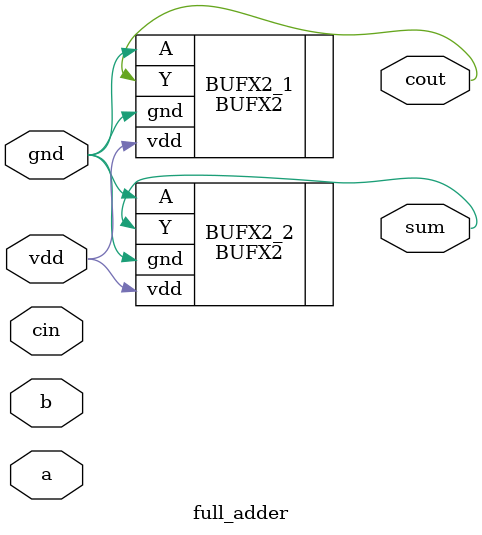
<source format=v>
module full_adder ( gnd, vdd, a, b, cin, sum, cout);

input gnd, vdd;
input a;
input b;
input cin;
output sum;
output cout;

BUFX2 BUFX2_1 ( .gnd(gnd), .vdd(vdd), .A(gnd), .Y(cout) );
BUFX2 BUFX2_2 ( .gnd(gnd), .vdd(vdd), .A(gnd), .Y(sum) );
endmodule

</source>
